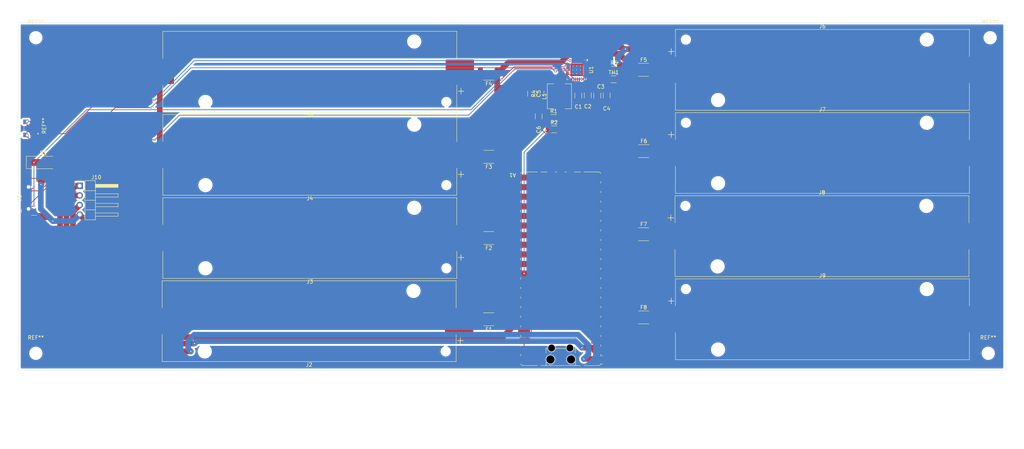
<source format=kicad_pcb>
(kicad_pcb (version 20241229) (generator "pcbnew") (generator_version "9.0")
  (layers (0 "F.Cu" signal) (2 "B.Cu" signal) (13 "F.Paste" user) (15 "B.Paste" user) (5 "F.SilkS" user "F.Silkscreen") (7 "B.SilkS" user "B.Silkscreen") (1 "F.Mask" user) (3 "B.Mask" user) (25 "Edge.Cuts" user))
  (net 0 "")
  (net 3 "GND")
  (net 6 "/SDA")
  (net 25 "/ADC")
  (net 28 "/SCL")
  (net 35 "/VCC")
  (net 36 "Net-(C1-Pad1)")
  (net 37 "Net-(C2-Pad1)")
  (net 38 "Net-(C3-Pad1)")
  (net 39 "Net-(C4-Pad1)")
  (net 40 "/BAT+")
  (net 41 "Net-(D1-K)")
  (net 42 "Net-(J2-Pin_1)")
  (net 43 "Net-(J3-Pin_1)")
  (net 44 "Net-(J4-Pin_1)")
  (net 45 "Net-(J5-Pin_1)")
  (net 46 "Net-(J6-Pin_1)")
  (net 47 "Net-(J7-Pin_1)")
  (net 48 "Net-(J8-Pin_1)")
  (net 49 "Net-(J9-Pin_1)")
  (net 50 "Net-(J1-CC1)")
  (net 51 "Net-(J1-CC2)")
  (net 52 "Net-(L1-Pad1)")
  (net 53 "Net-(U1-NTC)")
  (net 54 "Net-(U1-KEY)")
  (footprint "Fuse:Fuse_1812_4532Metric_Pad1.30x3.40mm_HandSolder" (layer "F.Cu") (at 132.32 -37.5)
    (property "Reference" "F8")
    (property "Value" "Polyfuse")
  )
  (footprint "Battery:BatteryHolder_Keystone_1042_1x18650" (layer "F.Cu") (at 179.63 -81)
    (property "Reference" "J7")
    (property "Value" "Conn_01x02")
  )
  (footprint "Fuse:Fuse_1812_4532Metric_Pad1.30x3.40mm_HandSolder" (layer "F.Cu") (at 91.345 -58.5 180)
    (property "Reference" "F2")
    (property "Value" "Polyfuse")
  )
  (footprint "Fuse:Fuse_1812_4532Metric_Pad1.30x3.40mm_HandSolder" (layer "F.Cu") (at 132.32 -59.5)
    (property "Reference" "F7")
    (property "Value" "Polyfuse")
  )
  (footprint "Fuse:Fuse_1812_4532Metric_Pad1.30x3.40mm_HandSolder" (layer "F.Cu") (at 91.345 -102 180)
    (property "Reference" "F4")
    (property "Value" "Polyfuse")
  )
  (footprint "Diode_SMD:D_SMA_Handsoldering" (layer "F.Cu") (at -26.5 -78.5)
    (property "Reference" "D1")
    (property "Value" "5.6V")
  )
  (footprint "Resistor_SMD:R_1206_3216Metric_Pad1.30x1.75mm_HandSolder" (layer "F.Cu") (at 124.5 -103)
    (property "Reference" "R5")
    (property "Value" "82k")
  )
  (footprint "Module:RaspberryPi_Pico_SMD_HandSolder" (layer "F.Cu") (at 110.39 -50.37 180)
    (property "Reference" "A1")
    (property "Value" "RaspberryPi_Pico")
  )
  (footprint "Fuse:Fuse_1812_4532Metric_Pad1.30x3.40mm_HandSolder" (layer "F.Cu") (at 91.345 -37 180)
    (property "Reference" "F1")
    (property "Value" "Polyfuse")
  )
  (footprint "Battery:BatteryHolder_Keystone_1042_1x18650" (layer "F.Cu") (at 179.51 -59)
    (property "Reference" "J8")
    (property "Value" "Conn_01x02")
  )
  (footprint "Fuse:Fuse_1812_4532Metric_Pad1.30x3.40mm_HandSolder" (layer "F.Cu") (at 132.32 -103)
    (property "Reference" "F5")
    (property "Value" "Polyfuse")
  )
  (footprint "Capacitor_SMD:C_1206_3216Metric_Pad1.33x1.80mm_HandSolder" (layer "F.Cu") (at 102.5375 -96.6875 -90)
    (property "Reference" "C5")
    (property "Value" "22uF")
  )
  (footprint "Battery:BatteryHolder_Keystone_1042_1x18650" (layer "F.Cu") (at 44 -102.5 180)
    (property "Reference" "J5")
    (property "Value" "Conn_01x02")
  )
  (footprint "Battery:BatteryHolder_Keystone_1042_1x18650" (layer "F.Cu") (at 179.63 -37)
    (property "Reference" "J9")
    (property "Value" "Conn_01x02")
  )
  (footprint "Resistor_SMD:R_1206_3216Metric_Pad1.30x1.75mm_HandSolder" (layer "F.Cu") (at 124.4 -100.5)
    (property "Reference" "TH1")
    (property "Value" "100k")
  )
  (footprint "Resistor_SMD:R_1206_3216Metric_Pad1.30x1.75mm_HandSolder" (layer "F.Cu") (at 108.6375 -87.25)
    (property "Reference" "R2")
    (property "Value" "100k")
  )
  (footprint "MountingHole:MountingHole_3.2mm_M3" (layer "F.Cu") (at -28.5 -111.5)
    (property "Reference" "REF**")
    (property "Value" "MountingHole_3.2mm_M3" (hide yes))
  )
  (footprint "Connector_PinHeader_2.54mm:PinHeader_1x04_P2.54mm_Horizontal" (layer "F.Cu") (at -16.885 -72.31)
    (property "Reference" "J10")
    (property "Value" "SSD1306")
  )
  (footprint "Capacitor_SMD:C_1206_3216Metric_Pad1.33x1.80mm_HandSolder" (layer "F.Cu") (at 115.0375 -96.1875 -90)
    (property "Reference" "C1")
    (property "Value" "22uF")
  )
  (footprint "Resistor_SMD:R_1206_3216Metric_Pad1.30x1.75mm_HandSolder" (layer "F.Cu") (at 105.0375 -96.7 90)
    (property "Reference" "R4")
    (property "Value" "0R")
  )
  (footprint "Battery:BatteryHolder_Keystone_1042_1x18650" (layer "F.Cu") (at 44 -58.5 180)
    (property "Reference" "J3")
    (property "Value" "Conn_01x02")
  )
  (footprint "Library:SW_TL6340AF160Q" (layer "F.Cu") (at -30.85 -87.5 90)
    (property "Reference" "REF**")
    (property "Value" "SW_TL6340AF160Q")
  )
  (footprint "Battery:BatteryHolder_Keystone_1042_1x18650" (layer "F.Cu") (at 179.63 -103)
    (property "Reference" "J6")
    (property "Value" "Conn_01x02")
  )
  (footprint "Capacitor_SMD:C_1206_3216Metric_Pad1.33x1.80mm_HandSolder" (layer "F.Cu") (at 117.5375 -96.25 -90)
    (property "Reference" "C2")
    (property "Value" "22uF")
  )
  (footprint "Capacitor_SMD:C_1206_3216Metric_Pad1.33x1.80mm_HandSolder" (layer "F.Cu") (at 122.5375 -96.25 -90)
    (property "Reference" "C4")
    (property "Value" "22uF")
  )
  (footprint "Package_DFN_QFN:QFN-32-1EP_5x5mm_P0.5mm_EP3.3x3.3mm_ThermalVias" (layer "F.Cu") (at 114.6 -103 -90)
    (property "Reference" "U1")
    (property "Value" "~" (hide yes))
  )
  (footprint "MountingHole:MountingHole_3.2mm_M3" (layer "F.Cu") (at 224 -111.5)
    (property "Reference" "REF**")
    (property "Value" "MountingHole_3.2mm_M3")
  )
  (footprint "Capacitor_SMD:C_1206_3216Metric_Pad1.33x1.80mm_HandSolder" (layer "F.Cu") (at 120.0375 -96.1875 -90)
    (property "Reference" "C3")
    (property "Value" "22uF")
  )
  (footprint "Inductor_SMD:L_6.3x6.3_H3" (layer "F.Cu") (at 110.0375 -96 -90)
    (property "Reference" "L1")
    (property "Value" "1UH")
  )
  (footprint "Battery:BatteryHolder_Keystone_1042_1x18650" (layer "F.Cu") (at 44 -80.5 180)
    (property "Reference" "J4")
    (property "Value" "Conn_01x02")
  )
  (footprint "Fuse:Fuse_1812_4532Metric_Pad1.30x3.40mm_HandSolder" (layer "F.Cu") (at 132.37 -81.5)
    (property "Reference" "F6")
    (property "Value" "Polyfuse")
  )
  (footprint "Battery:BatteryHolder_Keystone_1042_1x18650" (layer "F.Cu") (at 43.81 -36.5 180)
    (property "Reference" "J2")
    (property "Value" "Conn_01x02")
  )
  (footprint "MountingHole:MountingHole_3.2mm_M3" (layer "F.Cu") (at -28.5 -28)
    (property "Reference" "REF**")
    (property "Value" "MountingHole_3.2mm_M3")
  )
  (footprint "Capacitor_SMD:C_1206_3216Metric_Pad1.33x1.80mm_HandSolder" (layer "F.Cu") (at 104.5375 -90.6875 -90)
    (property "Reference" "C6")
    (property "Value" "22uF")
  )
  (footprint "MountingHole:MountingHole_3.2mm_M3" (layer "F.Cu") (at 223.5 -28)
    (property "Reference" "REF**")
    (property "Value" "MountingHole_3.2mm_M3")
  )
  (footprint "Connector_USB:USB_C_Receptacle_GCT_USB4110" (layer "F.Cu") (at -27.825 -69.11 90)
    (property "Reference" "J1")
    (property "Value" "USB_C_Receptacle_PowerOnly_6P")
  )
  (footprint "Resistor_SMD:R_1206_3216Metric_Pad1.30x1.75mm_HandSolder" (layer "F.Cu") (at 108.5375 -90.25)
    (property "Reference" "R1")
    (property "Value" "47k" (hide yes))
  )
  (footprint "Fuse:Fuse_1812_4532Metric_Pad1.30x3.40mm_HandSolder" (layer "F.Cu") (at 91.345 -80 180)
    (property "Reference" "F3")
    (property "Value" "Polyfuse")
  )
  (gr_rect (start -33 -115.5) (end 227.985692 -23.5) (stroke (width 0.05)) (fill no) (layer "Edge.Cuts"))
  (segment (start 118.179 -54.819) (end 120.08 -56.72) (width 0.2) (layer "F.Cu") (net 3))
  (segment (start 4.31 -72.5) (end 4.31 -58.5) (width 1.5) (layer "F.Cu") (net 3))
  (segment (start -26.675 -74.296) (end -26.675 -75.825) (width 0.2) (layer "F.Cu") (net 3))
  (segment (start 125.95 -100.5) (end 125.77834 -100.5) (width 0.2) (layer "F.Cu") (net 3))
  (segment (start -26.675 -75.825) (end -24 -78.5) (width 0.2) (layer "F.Cu") (net 3))
  (segment (start 125.77834 -100.5) (end 123.7385 -98.46016) (width 0.2) (layer "F.Cu") (net 3))
  (segment (start 126.536078 -108.964499) (end 127.000578 -108.5) (width 1.5) (layer "F.Cu") (net 3))
  (segment (start 121.5 -99) (end 121.5 -100.240798) (width 0.2) (layer "F.Cu") (net 3))
  (segment (start 219.32 -81) (end 219.32 -59.12) (width 1.5) (layer "F.Cu") (net 3))
  (segment (start -24 -78.5) (end -24.702 -78.5) (width 1.5) (layer "F.Cu") (net 3))
  (segment (start 122.475 -94.625) (end 122.5375 -94.6875) (width 0.2) (layer "F.Cu") (net 3))
  (segment (start 117.0375 -104.25) (end 117.490798 -104.25) (width 0.2) (layer "F.Cu") (net 3))
  (segment (start 109.0115 -75.6485) (end 109.0115 -86.074) (width 0.2) (layer "F.Cu") (net 3))
  (segment (start -30.85 -85.35) (end -24 -78.5) (width 0.2) (layer "F.Cu") (net 3))
  (segment (start 100.7 -69.42) (end 105.54 -69.42) (width 0.2) (layer "F.Cu") (net 3))
  (segment (start 208.337725 -108.374) (end 208.463725 -108.5) (width 1.5) (layer "F.Cu") (net 3))
  (segment (start 72.707725 -107.874) (end 73.333725 -108.5) (width 1.5) (layer "F.Cu") (net 3))
  (segment (start -25 -64) (end -24 -63) (width 1.5) (layer "F.Cu") (net 3))
  (segment (start 120.08 -56.72) (end 118.179 -58.621) (width 0.2) (layer "F.Cu") (net 3))
  (segment (start 115.4375 -94.6875) (end 117.5375 -94.6875) (width 0.2) (layer "F.Cu") (net 3))
  (segment (start 120.08 -31.32) (end 118.179 -33.221) (width 0.2) (layer "F.Cu") (net 3))
  (segment (start -27.766663 -73.204337) (end -26.675 -74.296) (width 0.2) (layer "F.Cu") (net 3))
  (segment (start 4.109 -94.201) (end 4.31 -94) (width 1.5) (layer "F.Cu") (net 3))
  (segment (start 123.7385 -98.46016) (end 123.19866 -99) (width 0.2) (layer "F.Cu") (net 3))
  (segment (start 118.179 -67.519) (end 120.08 -69.42) (width 0.2) (layer "F.Cu") (net 3))
  (segment (start -30.85 -89.325) (end -30.85 -85.675) (width 0.2) (layer "F.Cu") (net 3))
  (segment (start -16.885 -64.69) (end -10.695 -58.5) (width 1.5) (layer "F.Cu") (net 3))
  (segment (start 106.45234 -86.074) (end 109.0115 -86.074) (width 0.2) (layer "F.Cu") (net 3))
  (segment (start 118.179 -42.119) (end 120.08 -44.02) (width 0.2) (layer "F.Cu") (net 3))
  (segment (start 104.5375 -87.98884) (end 106.45234 -86.074) (width 0.2) (layer "F.Cu") (net 3))
  (segment (start -30.93 -74.22) (end -30.93 -72.885) (width 0.2) (layer "F.Cu") (net 3))
  (segment (start 120.0375 -94.625) (end 122.475 -94.625) (width 0.2) (layer "F.Cu") (net 3))
  (segment (start -27 -74.22) (end -27 -72.847106) (width 1.5) (layer "F.Cu") (net 3))
  (segment (start 118.179 -33.221) (end 118.179 -42.119) (width 0.2) (layer "F.Cu") (net 3))
  (segment (start -29.925 -89.325) (end -29.5 -88.9) (width 0.2) (layer "F.Cu") (net 3))
  (segment (start 122.5375 -94.6875) (end 123.7385 -95.8885) (width 0.2) (layer "F.Cu") (net 3))
  (segment (start 113.35 -105.4375) (end 113.35 -104.25) (width 0.2) (layer "F.Cu") (net 3))
  (segment (start 117.0375 -104.25) (end 115.85 -104.25) (width 0.2) (layer "F.Cu") (net 3))
  (segment (start 121.5 -100.240798) (end 117.490798 -104.25) (width 0.2) (layer "F.Cu") (net 3))
  (segment (start 115.24 -69.42) (end 110.39 -74.27) (width 0.2) (layer "F.Cu") (net 3))
  (segment (start 113.35 -104.25) (end 113.6 -104) (width 0.2) (layer "F.Cu") (net 3))
  (segment (start 206.162275 -108.374) (end 208.337725 -108.374) (width 1.5) (layer "F.Cu") (net 3))
  (segment (start 110.39 -74.27) (end 109.0115 -75.6485) (width 0.2) (layer "F.Cu") (net 3))
  (segment (start 206.036275 -108.5) (end 206.162275 -108.374) (width 1.5) (layer "F.Cu") (net 3))
  (segment (start 102.601 -67.519) (end 102.601 -58.621) (width 0.2) (layer "F.Cu") (net 3))
  (segment (start 120.08 -44.02) (end 118.179 -45.921) (width 0.2) (layer "F.Cu") (net 3))
  (segment (start 115.0375 -94.625) (end 115.375 -94.625) (width 0.2) (layer "F.Cu") (net 3))
  (segment (start 104.5375 -89.125) (end 104.5375 -87.98884) (width 0.2) (layer "F.Cu") (net 3))
  (segment (start 111.5 -92) (end 114.125 -94.625) (width 0.2) (layer "F.Cu") (net 3))
  (segment (start 112.058922 -108.964499) (end 126.536078 -108.964499) (width 1.5) (layer "F.Cu") (net 3))
  (segment (start 105.54 -69.42) (end 110.39 -74.27) (width 0.2) (layer "F.Cu") (net 3))
  (segment (start 100.7 -31.32) (end 102.606 -33.226) (width 0.2) (layer "F.Cu") (net 3))
  (segment (start 126.05 -104.45) (end 125.5 -105) (width 1.5) (layer "F.Cu") (net 3))
  (segment (start 102.606 -54.814) (end 100.7 -56.72) (width 0.2) (layer "F.Cu") (net 3))
  (segment (start 115.375 -94.625) (end 115.4375 -94.6875) (width 0.2) (layer "F.Cu") (net 3))
  (segment (start 118.179 -58.621) (end 118.179 -67.519) (width 0.2) (layer "F.Cu") (net 3))
  (segment (start 100.7 -69.42) (end 102.601 -67.519) (width 0.2) (layer "F.Cu") (net 3))
  (segment (start 120.08 -69.42) (end 115.24 -69.42) (width 0.2) (layer "F.Cu") (net 3))
  (segment (start -30.93 -64) (end -27 -64) (width 0.2) (layer "F.Cu") (net 3))
  (segment (start -30.93 -72.885) (end -31.505 -72.31) (width 0.2) (layer "F.Cu") (net 3))
  (segment (start -30.93 -65.335) (end -30.93 -64) (width 0.2) (layer "F.Cu") (net 3))
  (segment (start 123.7385 -95.8885) (end 123.7385 -98.46016) (width 0.2) (layer "F.Cu") (net 3))
  (segment (start 111.5 -88.5625) (end 111.5 -92) (width 0.2) (layer "F.Cu") (net 3))
  (segment (start 127.000578 -108.5) (end 127.5 -108.5) (width 1.5) (layer "F.Cu") (net 3))
  (segment (start 118.179 -45.921) (end 118.179 -54.819) (width 0.2) (layer "F.Cu") (net 3))
  (segment (start -27 -64) (end -25 -64) (width 1.5) (layer "F.Cu") (net 3))
  (segment (start 4.12 -57.5) (end 4.12 -36.5) (width 1.5) (layer "F.Cu") (net 3))
  (segment (start 4.31 -58.5) (end 4.31 -57.69) (width 1.5) (layer "F.Cu") (net 3))
  (segment (start 219.2 -37.12) (end 219.32 -37) (width 1.5) (layer "F.Cu") (net 3))
  (segment (start 219.32 -103) (end 219.32 -81) (width 1.5) (layer "F.Cu") (net 3))
  (segment (start -10.695 -58.5) (end 4.31 -58.5) (width 1.5) (layer "F.Cu") (net 3))
  (segment (start 126.05 -103) (end 126.05 -104.45) (width 1.5) (layer "F.Cu") (net 3))
  (segment (start 70.532275 -107.874) (end 72.707725 -107.874) (width 1.5) (layer "F.Cu") (net 3))
  (segment (start 110.1875 -87.25) (end 111.5 -88.5625) (width 0.2) (layer "F.Cu") (net 3))
  (segment (start 219.2 -59) (end 219.2 -37.12) (width 1.5) (layer "F.Cu") (net 3))
  (segment (start 117.5375 -94.6875) (end 119.975 -94.6875) (width 0.2) (layer "F.Cu") (net 3))
  (segment (start 127.5 -108.5) (end 206.036275 -108.5) (width 1.5) (layer "F.Cu") (net 3))
  (segment (start 4.12 -72.69) (end 4.31 -72.5) (width 1.5) (layer "F.Cu") (net 3))
  (segment (start 125.95 -102.9) (end 126.05 -103) (width 0.2) (layer "F.Cu") (net 3))
  (segment (start 208.463725 -108.5) (end 213.82 -108.5) (width 1.5) (layer "F.Cu") (net 3))
  (segment (start 213.82 -108.5) (end 219.32 -103) (width 1.5) (layer "F.Cu") (net 3))
  (segment (start 111.594422 -108.5) (end 112.058922 -108.964499) (width 1.5) (layer "F.Cu") (net 3))
  (segment (start 102.601 -58.621) (end 100.7 -56.72) (width 0.2) (layer "F.Cu") (net 3))
  (segment (start 123.19866 -99) (end 121.5 -99) (width 0.2) (layer "F.Cu") (net 3))
  (segment (start 4.31 -80.5) (end 4.31 -72.5) (width 1.5) (layer "F.Cu") (net 3))
  (segment (start -26.675 -74.296) (end -30.605 -74.296) (width 0.2) (layer "F.Cu") (net 3))
  (segment (start 102.5375 -91.125) (end 104.5375 -89.125) (width 0.2) (layer "F.Cu") (net 3))
  (segment (start 73.333725 -108.5) (end 111.594422 -108.5) (width 1.5) (layer "F.Cu") (net 3))
  (segment (start -27 -72.847106) (end -27.173553 -72.673553) (width 1.5) (layer "F.Cu") (net 3))
  (segment (start 102.5375 -95.125) (end 102.5375 -91.125) (width 0.2) (layer "F.Cu") (net 3))
  (segment (start -30.85 -85.675) (end -30.85 -85.35) (width 0.2) (layer "F.Cu") (net 3))
  (segment (start 114.125 -94.625) (end 115.0375 -94.625) (width 0.2) (layer "F.Cu") (net 3))
  (segment (start 100.7 -28.78) (end 100.7 -31.32) (width 0.2) (layer "F.Cu") (net 3))
  (segment (start -31.505 -65.91) (end -30.93 -65.335) (width 0.2) (layer "F.Cu") (net 3))
  (segment (start 10.31 -108.5) (end 69.906275 -108.5) (width 1.5) (layer "F.Cu") (net 3))
  (segment (start 125.95 -100.5) (end 125.95 -102.9) (width 0.2) (layer "F.Cu") (net 3))
  (segment (start 109.0115 -86.074) (end 110.1875 -87.25) (width 0.2) (layer "F.Cu") (net 3))
  (segment (start 4.31 -94) (end 4.31 -80.5) (width 1.5) (layer "F.Cu") (net 3))
  (segment (start 115.85 -104.25) (end 115.6 -104) (width 0.2) (layer "F.Cu") (net 3))
  (segment (start 219.32 -59.12) (end 219.2 -59) (width 1.5) (layer "F.Cu") (net 3))
  (segment (start 4.31 -102.5) (end 10.31 -108.5) (width 1.5) (layer "F.Cu") (net 3))
  (segment (start 102.606 -33.226) (end 102.606 -54.814) (width 0.2) (layer "F.Cu") (net 3))
  (segment (start -30.85 -89.325) (end -29.925 -89.325) (width 0.2) (layer "F.Cu") (net 3))
  (segment (start 4.31 -102.5) (end 4.31 -94) (width 1.5) (layer "F.Cu") (net 3))
  (segment (start 4.31 -57.69) (end 4.12 -57.5) (width 1.5) (layer "F.Cu") (net 3))
  (segment (start 119.975 -94.6875) (end 120.0375 -94.625) (width 0.2) (layer "F.Cu") (net 3))
  (segment (start 69.906275 -108.5) (end 70.532275 -107.874) (width 1.5) (layer "F.Cu") (net 3))
  (via (at -24 -63) (size 0.5) (drill 0.3) (layers "F.Cu" "B.Cu") (net 3))
  (via (at 125.5 -105) (size 0.5) (drill 0.3) (layers "F.Cu" "B.Cu") (net 3))
  (via (at 127.5 -108.5) (size 0.5) (drill 0.3) (layers "F.Cu" "B.Cu") (net 3))
  (via (at -27.173553 -72.673553) (size 0.5) (drill 0.3) (layers "F.Cu" "B.Cu") (net 3))
  (segment (start -27.173553 -66.173553) (end -24 -63) (width 1.5) (layer "B.Cu") (net 3))
  (segment (start -27.173553 -72.673553) (end -27.173553 -66.173553) (width 1.5) (layer "B.Cu") (net 3))
  (segment (start 125.5 -106.5) (end 127.5 -108.5) (width 1.5) (layer "B.Cu") (net 3))
  (segment (start -24 -63) (end -18.575 -63) (width 1.5) (layer "B.Cu") (net 3))
  (segment (start -18.575 -63) (end -16.885 -64.69) (width 1.5) (layer "B.Cu") (net 3))
  (segment (start 125.5 -105) (end 125.5 -106.5) (width 1.5) (layer "B.Cu") (net 3))
  (segment (start 116.5 -26.5) (end 119.82 -26.5) (width 1.5) (layer "F.Cu") (net 6))
  (segment (start -17.952659 -72.31) (end -16.885 -72.31) (width 1.5) (layer "F.Cu") (net 6))
  (segment (start 12.5 -28.5) (end -0.896552 -28.5) (width 1.5) (layer "F.Cu") (net 6))
  (segment (start -0.896552 -28.5) (end -22.088 -49.69145) (width 1.5) (layer "F.Cu") (net 6))
  (segment (start -22.088 -68.174659) (end -17.952659 -72.31) (width 1.5) (layer "F.Cu") (net 6))
  (segment (start 119.82 -26.5) (end 120.08 -26.24) (width 1.5) (layer "F.Cu") (net 6))
  (segment (start -22.088 -49.69145) (end -22.088 -68.174659) (width 1.5) (layer "F.Cu") (net 6))
  (via (at 12.5 -28.5) (size 0.5) (drill 0.3) (layers "F.Cu" "B.Cu") (net 6))
  (via (at 116.5 -26.5) (size 0.5) (drill 0.3) (layers "F.Cu" "B.Cu") (net 6))
  (segment (start 13.423423 -32.927) (end 114.978578 -32.927) (width 1.5) (layer "B.Cu") (net 6))
  (segment (start 12.5 -28.5) (end 11.799 -29.201) (width 1.5) (layer "B.Cu") (net 6))
  (segment (start 117.701 -27.701) (end 116.5 -26.5) (width 1.5) (layer "B.Cu") (net 6))
  (segment (start 11.799 -29.201) (end 11.799 -31.302578) (width 1.5) (layer "B.Cu") (net 6))
  (segment (start 114.978578 -32.927) (end 117.701 -30.204578) (width 1.5) (layer "B.Cu") (net 6))
  (segment (start 11.799 -31.302578) (end 13.423423 -32.927) (width 1.5) (layer "B.Cu") (net 6))
  (segment (start 117.701 -30.204578) (end 117.701 -27.701) (width 1.5) (layer "B.Cu") (net 6))
  (segment (start 106.75 -87.25) (end 106.5 -87) (width 0.2) (layer "F.Cu") (net 25))
  (segment (start 107.0875 -87.25) (end 106.75 -87.25) (width 0.2) (layer "F.Cu") (net 25))
  (segment (start 110.0875 -90.25) (end 107.0875 -87.25) (width 0.2) (layer "F.Cu") (net 25))
  (via (at 106.5 -87) (size 0.5) (drill 0.3) (layers "F.Cu" "B.Cu") (net 25))
  (via (at 100.7 -49.1) (size 0.5) (drill 0.3) (layers "F.Cu" "B.Cu") (net 25))
  (segment (start 100.7 -81.2) (end 100.7 -49.1) (width 0.2) (layer "B.Cu") (net 25))
  (segment (start 106.5 -87) (end 100.7 -81.2) (width 0.2) (layer "B.Cu") (net 25))
  (segment (start 13.5 -30.598) (end -0.588973 -30.598) (width 1.5) (layer "F.Cu") (net 28))
  (segment (start 119.36 -29.5) (end 120.08 -28.78) (width 1.5) (layer "F.Cu") (net 28))
  (segment (start -0.588973 -30.598) (end -20.387 -50.396027) (width 1.5) (layer "F.Cu") (net 28))
  (segment (start 116 -29.5) (end 119.36 -29.5) (width 1.5) (layer "F.Cu") (net 28))
  (segment (start -20.387 -67.470081) (end -18.087081 -69.77) (width 1.5) (layer "F.Cu") (net 28))
  (segment (start -18.087081 -69.77) (end -16.885 -69.77) (width 1.5) (layer "F.Cu") (net 28))
  (segment (start -20.387 -50.396027) (end -20.387 -67.470081) (width 1.5) (layer "F.Cu") (net 28))
  (via (at 13.5 -30.598) (size 0.5) (drill 0.3) (layers "F.Cu" "B.Cu") (net 28))
  (via (at 116 -29.5) (size 0.5) (drill 0.3) (layers "F.Cu" "B.Cu") (net 28))
  (segment (start 14.128 -31.226) (end 114.274 -31.226) (width 1.5) (layer "B.Cu") (net 28))
  (segment (start 13.5 -30.598) (end 14.128 -31.226) (width 1.5) (layer "B.Cu") (net 28))
  (segment (start 114.274 -31.226) (end 116 -29.5) (width 1.5) (layer "B.Cu") (net 28))
  (segment (start -18.686 -65.435999) (end -16.891999 -67.23) (width 1.5) (layer "F.Cu") (net 35))
  (segment (start -16.891999 -67.23) (end -16.885 -67.23) (width 1.5) (layer "F.Cu") (net 35))
  (segment (start 0.115604 -32.299) (end 94.999 -32.299) (width 1.5) (layer "F.Cu") (net 35))
  (segment (start 94.999 -32.299) (end 99.1 -36.4) (width 1.5) (layer "F.Cu") (net 35))
  (segment (start 99.1 -36.4) (end 100.7 -36.4) (width 1.5) (layer "F.Cu") (net 35))
  (segment (start -18.686 -51.100604) (end -18.686 -65.435999) (width 1.5) (layer "F.Cu") (net 35))
  (segment (start 0.115604 -32.299) (end -18.686 -51.100604) (width 1.5) (layer "F.Cu") (net 35))
  (segment (start 113.85 -98.9375) (end 113.85 -100.5625) (width 0.2) (layer "F.Cu") (net 36))
  (segment (start 115.0375 -97.75) (end 113.85 -98.9375) (width 0.2) (layer "F.Cu") (net 36))
  (segment (start 116.6365 -98.7135) (end 114.6411 -98.7135) (width 0.2) (layer "F.Cu") (net 37))
  (segment (start 114.6411 -98.7135) (end 114.35 -99.0046) (width 0.2) (layer "F.Cu") (net 37))
  (segment (start 117.5375 -97.8125) (end 116.6365 -98.7135) (width 0.2) (layer "F.Cu") (net 37))
  (segment (start 114.35 -99.0046) (end 114.35 -100.5625) (width 0.2) (layer "F.Cu") (net 37))
  (segment (start 114.85 -99.2645) (end 115 -99.1145) (width 0.2) (layer "F.Cu") (net 38))
  (segment (start 115 -99.1145) (end 116.8026 -99.1145) (width 0.2) (layer "F.Cu") (net 38))
  (segment (start 118.7385 -98.46016) (end 118.7385 -98) (width 0.2) (layer "F.Cu") (net 38))
  (segment (start 116.8026 -99.1145) (end 117.1411 -98.776) (width 0.2) (layer "F.Cu") (net 38))
  (segment (start 118.7385 -98) (end 118.9885 -97.75) (width 0.2) (layer "F.Cu") (net 38))
  (segment (start 118.42266 -98.776) (end 118.7385 -98.46016) (width 0.2) (layer "F.Cu") (net 38))
  (segment (start 117.1411 -98.776) (end 118.42266 -98.776) (width 0.2) (layer "F.Cu") (net 38))
  (segment (start 118.9885 -97.75) (end 120.0375 -97.75) (width 0.2) (layer "F.Cu") (net 38))
  (segment (start 114.85 -100.5625) (end 114.85 -99.2645) (width 0.2) (layer "F.Cu") (net 38))
  (segment (start 115.251 -99.5155) (end 115.276 -99.5405) (width 0.2) (layer "F.Cu") (net 39))
  (segment (start 121.82366 -97.8125) (end 122.5375 -97.8125) (width 0.2) (layer "F.Cu") (net 39))
  (segment (start 117.3072 -99.177) (end 119.0365 -99.177) (width 0.2) (layer "F.Cu") (net 39))
  (segment (start 115.35 -100.5625) (end 115.276 -100.4885) (width 0.2) (layer "F.Cu") (net 39))
  (segment (start 115.301 -99.5155) (end 116.9687 -99.5155) (width 0.2) (layer "F.Cu") (net 39))
  (segment (start 115.276 -99.5405) (end 115.301 -99.5155) (width 0.2) (layer "F.Cu") (net 39))
  (segment (start 119.0365 -99.177) (end 119.5 -98.7135) (width 0.2) (layer "F.Cu") (net 39))
  (segment (start 116.9687 -99.5155) (end 117.3072 -99.177) (width 0.2) (layer "F.Cu") (net 39))
  (segment (start 120.92266 -98.7135) (end 121.82366 -97.8125) (width 0.2) (layer "F.Cu") (net 39))
  (segment (start 119.5 -98.7135) (end 120.92266 -98.7135) (width 0.2) (layer "F.Cu") (net 39))
  (segment (start 115.276 -100.4885) (end 115.276 -99.5405) (width 0.2) (layer "F.Cu") (net 39))
  (segment (start 105.0375 -95.15) (end 105.0375 -98.25) (width 1.5) (layer "F.Cu") (net 40))
  (segment (start 130.095 -80.305) (end 130.095 -59.5) (width 1.5) (layer "F.Cu") (net 40))
  (segment (start 102.5375 -98.25) (end 93.82 -98.25) (width 1.5) (layer "F.Cu") (net 40))
  (segment (start 110.0375 -93.25) (end 109.9875 -93.25) (width 1.5) (layer "F.Cu") (net 40))
  (segment (start 110.5 -105) (end 112.763499 -107.263499) (width 1.5) (layer "F.Cu") (net 40))
  (segment (start 93.82 -98.25) (end 93.57 -98) (width 1.5) (layer "F.Cu") (net 40))
  (segment (start 106 -105) (end 109.5 -105) (width 1.5) (layer "F.Cu") (net 40))
  (segment (start 93.57 -80) (end 93.57 -58.5) (width 1.5) (layer "F.Cu") (net 40))
  (segment (start 109.9875 -93.25) (end 106.9875 -90.25) (width 1.5) (layer "F.Cu") (net 40))
  (segment (start 109.5 -105) (end 110.5 -105) (width 1.5) (layer "F.Cu") (net 40))
  (segment (start 112.1625 -104.75) (end 110.75 -104.75) (width 0.2) (layer "F.Cu") (net 40))
  (segment (start 93.57 -102) (end 96.57 -105) (width 1.5) (layer "F.Cu") (net 40))
  (segment (start 130.145 -81.5) (end 130.145 -80.355) (width 1.5) (layer "F.Cu") (net 40))
  (segment (start 104.5375 -92.25) (end 104.9875 -92.25) (width 1.5) (layer "F.Cu") (net 40))
  (segment (start 104.9875 -92.25) (end 106.9875 -90.25) (width 1.5) (layer "F.Cu") (net 40))
  (segment (start 110.75 -104.75) (end 110.5 -105) (width 0.2) (layer "F.Cu") (net 40))
  (segment (start 93.57 -102) (end 93.57 -98) (width 1.5) (layer "F.Cu") (net 40))
  (segment (start 105.0375 -98.25) (end 102.5375 -98.25) (width 1.5) (layer "F.Cu") (net 40))
  (segment (start 130.095 -59.5) (end 130.095 -37.5) (width 1.5) (layer "F.Cu") (net 40))
  (segment (start 105.0375 -95.15) (end 105.0375 -92.3) (width 1.5) (layer "F.Cu") (net 40))
  (segment (start 130.145 -80.355) (end 130.095 -80.305) (width 1.5) (layer "F.Cu") (net 40))
  (segment (start 125.831501 -107.263499) (end 130.095 -103) (width 1.5) (layer "F.Cu") (net 40))
  (segment (start 96.57 -105) (end 106 -105) (width 1.5) (layer "F.Cu") (net 40))
  (segment (start 130.095 -103) (end 130.095 -81.55) (width 1.5) (layer "F.Cu") (net 40))
  (segment (start 130.095 -81.55) (end 130.145 -81.5) (width 1.5) (layer "F.Cu") (net 40))
  (segment (start 93.57 -98) (end 93.57 -80) (width 1.5) (layer "F.Cu") (net 40))
  (segment (start 105.0375 -92.3) (end 104.9875 -92.25) (width 1.5) (layer "F.Cu") (net 40))
  (segment (start 112.763499 -107.263499) (end 125.831501 -107.263499) (width 1.5) (layer "F.Cu") (net 40))
  (segment (start 93.57 -58.5) (end 93.57 -37) (width 1.5) (layer "F.Cu") (net 40))
  (segment (start 98.022367 -103.800185) (end 94.769999 -100.547817) (width 0.2) (layer "F.Cu") (net 41))
  (segment (start 116.35 -100.5625) (end 115.85 -100.5625) (width 0.2) (layer "F.Cu") (net 41))
  (segment (start -31.505 -66.71) (end -32.079999 -66.71) (width 0.2) (layer "F.Cu") (net 41))
  (segment (start -29 -67) (end -29.091 -66.909) (width 0.2) (layer "F.Cu") (net 41))
  (segment (start 111.709202 -104.25) (end 111.275 -103.815798) (width 0.2) (layer "F.Cu") (net 41))
  (segment (start -31.419 -71.424) (end -31.505 -71.51) (width 0.2) (layer "F.Cu") (net 41))
  (segment (start -31.963824 -71.51) (end -31.505 -71.51) (width 0.2) (layer "F.Cu") (net 41))
  (segment (start -31.306 -66.909) (end -31.505 -66.71) (width 0.2) (layer "F.Cu") (net 41))
  (segment (start -31.18 -71.586) (end -31.094 -71.5) (width 0.2) (layer "F.Cu") (net 41))
  (segment (start 111.275 -103.815798) (end 111.275 -103.800185) (width 0.2) (layer "F.Cu") (net 41))
  (segment (start -29 -72) (end -29.576 -71.424) (width 0.2) (layer "F.Cu") (net 41))
  (segment (start -29.576 -71.424) (end -31.419 -71.424) (width 0.2) (layer "F.Cu") (net 41))
  (segment (start 111.275 -103.800185) (end 98.022367 -103.800185) (width 0.2) (layer "F.Cu") (net 41))
  (segment (start -31.754999 -71.586) (end -31.18 -71.586) (width 0.2) (layer "F.Cu") (net 41))
  (segment (start 112.1625 -104.25) (end 111.709202 -104.25) (width 0.2) (layer "F.Cu") (net 41))
  (segment (start -29.091 -66.909) (end -31.306 -66.909) (width 0.2) (layer "F.Cu") (net 41))
  (segment (start 115.925 -100.5625) (end 116.35 -100.5625) (width 0.2) (layer "F.Cu") (net 41))
  (segment (start -31.18 -66.786) (end -31.094 -66.872) (width 0.2) (layer "F.Cu") (net 41))
  (via (at -29 -67) (size 0.5) (drill 0.3) (layers "F.Cu" "B.Cu") (net 41))
  (via (at -29 -72) (size 0.5) (drill 0.3) (layers "F.Cu" "B.Cu") (net 41))
  (via (at 115.925 -100.5625) (size 0.5) (drill 0.3) (layers "F.Cu" "B.Cu") (net 41))
  (via (at 111.275 -103.800185) (size 0.5) (drill 0.3) (layers "F.Cu" "B.Cu") (net 41))
  (via (at -29 -78.5) (size 0.5) (drill 0.3) (layers "F.Cu" "B.Cu") (net 41))
  (via (at 94.769999 -100.547817) (size 0.5) (drill 0.3) (layers "F.Cu" "B.Cu") (net 41))
  (segment (start 113.9355 -100.5625) (end 115.925 -100.5625) (width 0.2) (layer "B.Cu") (net 41))
  (segment (start -15.051 -92.449) (end -29 -78.5) (width 0.2) (layer "B.Cu") (net 41))
  (segment (start -29 -78.5) (end -29 -72) (width 0.2) (layer "B.Cu") (net 41))
  (segment (start 86.671182 -92.449) (end -15.051 -92.449) (width 0.2) (layer "B.Cu") (net 41))
  (segment (start 94.769999 -100.547817) (end 86.671182 -92.449) (width 0.2) (layer "B.Cu") (net 41))
  (segment (start 111.275 -103.800185) (end 111.275 -103.223) (width 0.2) (layer "B.Cu") (net 41))
  (segment (start 111.275 -103.223) (end 113.9355 -100.5625) (width 0.2) (layer "B.Cu") (net 41))
  (segment (start -29 -72) (end -29 -67) (width 0.2) (layer "B.Cu") (net 41))
  (segment (start 84 -37) (end 83.5 -36.5) (width 1.5) (layer "F.Cu") (net 42))
  (segment (start 89.12 -37) (end 84 -37) (width 1.5) (layer "F.Cu") (net 42))
  (segment (start 89.12 -58.5) (end 83.69 -58.5) (width 1.5) (layer "F.Cu") (net 43))
  (segment (start 84.19 -80) (end 83.69 -80.5) (width 1.5) (layer "F.Cu") (net 44))
  (segment (start 89.12 -80) (end 84.19 -80) (width 1.5) (layer "F.Cu") (net 44))
  (segment (start 89.12 -102) (end 84.19 -102) (width 1.5) (layer "F.Cu") (net 45))
  (segment (start 84.19 -102) (end 83.69 -102.5) (width 1.5) (layer "F.Cu") (net 45))
  (segment (start 134.545 -103) (end 139.94 -103) (width 1.5) (layer "F.Cu") (net 46))
  (segment (start 134.595 -81.5) (end 139.44 -81.5) (width 1.5) (layer "F.Cu") (net 47))
  (segment (start 139.44 -81.5) (end 139.94 -81) (width 1.5) (layer "F.Cu") (net 47))
  (segment (start 139.32 -59.5) (end 139.82 -59) (width 1.5) (layer "F.Cu") (net 48))
  (segment (start 134.545 -59.5) (end 139.32 -59.5) (width 1.5) (layer "F.Cu") (net 48))
  (segment (start 139.44 -37.5) (end 139.94 -37) (width 1.5) (layer "F.Cu") (net 49))
  (segment (start 134.545 -37.5) (end 139.44 -37.5) (width 1.5) (layer "F.Cu") (net 49))
  (segment (start -30.86 -67.86) (end -31.505 -67.86) (width 0.2) (layer "F.Cu") (net 50))
  (segment (start 98 -103) (end 98.25 -103.25) (width 0.2) (layer "F.Cu") (net 50))
  (segment (start 98.25 -103.25) (end 112.1625 -103.25) (width 0.2) (layer "F.Cu") (net 50))
  (segment (start 0 -83.5) (end -2 -81.5) (width 0.2) (layer "F.Cu") (net 50))
  (segment (start -2 -81.5) (end -16.5 -81.5) (width 0.2) (layer "F.Cu") (net 50))
  (segment (start -16.5 -81.5) (end -16.5 -81) (width 0.2) (layer "F.Cu") (net 50))
  (segment (start 0 -84.5) (end 0 -83.5) (width 0.2) (layer "F.Cu") (net 50))
  (segment (start -30 -67.5) (end -30.5 -67.5) (width 0.2) (layer "F.Cu") (net 50))
  (segment (start 3 -84.5) (end 0 -84.5) (width 0.2) (layer "F.Cu") (net 50))
  (segment (start -16.5 -81) (end -30 -67.5) (width 0.2) (layer "F.Cu") (net 50))
  (segment (start -30.5 -67.5) (end -30.86 -67.86) (width 0.2) (layer "F.Cu") (net 50))
  (via (at 98 -103) (size 0.5) (drill 0.3) (layers "F.Cu" "B.Cu") (net 50))
  (via (at 3 -84.5) (size 0.5) (drill 0.3) (layers "F.Cu" "B.Cu") (net 50))
  (segment (start 82 -91) (end 86 -91) (width 0.2) (layer "B.Cu") (net 50))
  (segment (start 3 -84.5) (end 9.5 -91) (width 0.2) (layer "B.Cu") (net 50))
  (segment (start 9.5 -91) (end 82 -91) (width 0.2) (layer "B.Cu") (net 50))
  (segment (start 86 -91) (end 98 -103) (width 0.2) (layer "B.Cu") (net 50))
  (segment (start -27.360768 -71) (end -29.5 -71) (width 0.2) (layer "F.Cu") (net 51))
  (segment (start -30.36 -70.86) (end -31.505 -70.86) (width 0.2) (layer "F.Cu") (net 51))
  (segment (start 2 -93) (end -7.5 -93) (width 0.2) (layer "F.Cu") (net 51))
  (segment (start -18.599 -81.901) (end -18.5 -81.802) (width 0.2) (layer "F.Cu") (net 51))
  (segment (start 109 -102.5) (end 109.25 -102.75) (width 0.2) (layer "F.Cu") (net 51))
  (segment (start -30 -70.5) (end -30.36 -70.86) (width 0.2) (layer "F.Cu") (net 51))
  (segment (start 109.25 -102.75) (end 112.1625 -102.75) (width 0.2) (layer "F.Cu") (net 51))
  (segment (start -29.5 -71) (end -30 -70.5) (width 0.2) (layer "F.Cu") (net 51))
  (segment (start -18.5 -79.860768) (end -27.360768 -71) (width 0.2) (layer "F.Cu") (net 51))
  (segment (start -18.5 -81.802) (end -18.5 -79.860768) (width 0.2) (layer "F.Cu") (net 51))
  (segment (start -7.5 -93) (end -18.599 -81.901) (width 0.2) (layer "F.Cu") (net 51))
  (segment (start -27.360768 -71) (end -27.424768 -70.936) (width 0.2) (layer "F.Cu") (net 51))
  (via (at 109 -102.5) (size 0.5) (drill 0.3) (layers "F.Cu" "B.Cu") (net 51))
  (via (at 2 -93) (size 0.5) (drill 0.3) (layers "F.Cu" "B.Cu") (net 51))
  (segment (start 12.551 -103.551) (end 107.949 -103.551) (width 0.2) (layer "B.Cu") (net 51))
  (segment (start 2 -93) (end 12.551 -103.551) (width 0.2) (layer "B.Cu") (net 51))
  (segment (start 107.949 -103.551) (end 109 -102.5) (width 0.2) (layer "B.Cu") (net 51))
  (segment (start 112.1625 -102.25) (end 112.1625 -101.75) (width 0.2) (layer "F.Cu") (net 52))
  (segment (start 112.85 -100.5625) (end 113.35 -100.5625) (width 0.2) (layer "F.Cu") (net 52))
  (segment (start 110.0375 -98.75) (end 110.0375 -100.125) (width 0.2) (layer "F.Cu") (net 52))
  (segment (start 112.1625 -101.75) (end 112.1625 -101.25) (width 0.2) (layer "F.Cu") (net 52))
  (segment (start 112.1625 -101.25) (end 112.85 -100.5625) (width 0.2) (layer "F.Cu") (net 52))
  (segment (start 110.0375 -100.125) (end 112.1625 -102.25) (width 0.2) (layer "F.Cu") (net 52))
  (segment (start 113.85 -106.2125) (end 116.528298 -106.2125) (width 0.2) (layer "F.Cu") (net 53))
  (segment (start 119.307898 -103) (end 122.95 -103) (width 0.2) (layer "F.Cu") (net 53))
  (segment (start 113.85 -105.4375) (end 113.85 -106.2125) (width 0.2) (layer "F.Cu") (net 53))
  (segment (start 122.95 -100.6) (end 122.85 -100.5) (width 0.2) (layer "F.Cu") (net 53))
  (segment (start 122.95 -103) (end 122.95 -100.6) (width 0.2) (layer "F.Cu") (net 53))
  (segment (start 117.903949 -104.836849) (end 117.903949 -104.403949) (width 0.2) (layer "F.Cu") (net 53))
  (segment (start 116.528298 -106.2125) (end 117.903949 -104.836849) (width 0.2) (layer "F.Cu") (net 53))
  (segment (start 117.903949 -104.403949) (end 119.307898 -103) (width 0.2) (layer "F.Cu") (net 53))
  (segment (start -29.5 -86.1) (end -20.7698 -86.1) (width 0.2) (layer "F.Cu") (net 54))
  (segment (start -20.7698 -86.1) (end -11.8698 -95) (width 0.2) (layer "F.Cu") (net 54))
  (segment (start -11.8698 -95) (end 3 -95) (width 0.2) (layer "F.Cu") (net 54))
  (via (at 112.775 -105.4375) (size 0.5) (drill 0.3) (layers "F.Cu" "B.Cu") (net 54))
  (via (at 3 -95) (size 0.5) (drill 0.3) (layers "F.Cu" "B.Cu") (net 54))
  (segment (start 3 -95) (end 13.4375 -105.4375) (width 0.2) (layer "B.Cu") (net 54))
  (segment (start 13.4375 -105.4375) (end 112.775 -105.4375) (width 0.2) (layer "B.Cu") (net 54))
  (zone (net 0) (net_name "") (layer "B.Cu") (connect_pads (clearance 0.5)) (min_thickness 0.25) (fill yes (thermal_gap 0.5) (thermal_bridge_width 0.5) (island_removal_mode 1) (island_area_min 10))
    (polygon (pts (xy 228 -23.5) (xy -33 -23.5) (xy -33 -115.5) (xy 228 -115.5)))
  )
)
</source>
